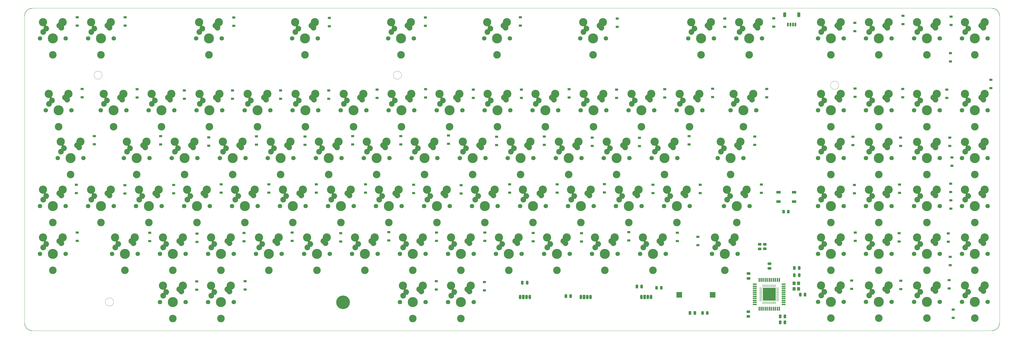
<source format=gbr>
%TF.GenerationSoftware,KiCad,Pcbnew,(6.99.0-5015-g618347ef50-dirty)*%
%TF.CreationDate,2022-12-25T12:42:51-05:00*%
%TF.ProjectId,necpc8801mkiisr,6e656370-6338-4383-9031-6d6b69697372,rev?*%
%TF.SameCoordinates,Original*%
%TF.FileFunction,Soldermask,Bot*%
%TF.FilePolarity,Negative*%
%FSLAX46Y46*%
G04 Gerber Fmt 4.6, Leading zero omitted, Abs format (unit mm)*
G04 Created by KiCad (PCBNEW (6.99.0-5015-g618347ef50-dirty)) date 2022-12-25 12:42:51*
%MOMM*%
%LPD*%
G01*
G04 APERTURE LIST*
G04 Aperture macros list*
%AMRoundRect*
0 Rectangle with rounded corners*
0 $1 Rounding radius*
0 $2 $3 $4 $5 $6 $7 $8 $9 X,Y pos of 4 corners*
0 Add a 4 corners polygon primitive as box body*
4,1,4,$2,$3,$4,$5,$6,$7,$8,$9,$2,$3,0*
0 Add four circle primitives for the rounded corners*
1,1,$1+$1,$2,$3*
1,1,$1+$1,$4,$5*
1,1,$1+$1,$6,$7*
1,1,$1+$1,$8,$9*
0 Add four rect primitives between the rounded corners*
20,1,$1+$1,$2,$3,$4,$5,0*
20,1,$1+$1,$4,$5,$6,$7,0*
20,1,$1+$1,$6,$7,$8,$9,0*
20,1,$1+$1,$8,$9,$2,$3,0*%
G04 Aperture macros list end*
%ADD10O,1.070000X1.800000*%
%ADD11R,1.070000X1.800000*%
%ADD12C,5.400000*%
%ADD13C,1.750000*%
%ADD14C,3.987800*%
%ADD15C,3.000000*%
%ADD16C,3.250000*%
%ADD17C,2.250000*%
%ADD18C,1.000000*%
%ADD19R,1.200000X0.900000*%
%ADD20RoundRect,0.250000X0.250000X0.475000X-0.250000X0.475000X-0.250000X-0.475000X0.250000X-0.475000X0*%
%ADD21RoundRect,0.250000X-0.262500X-0.450000X0.262500X-0.450000X0.262500X0.450000X-0.262500X0.450000X0*%
%ADD22R,1.800000X1.100000*%
%ADD23RoundRect,0.250000X-0.475000X0.250000X-0.475000X-0.250000X0.475000X-0.250000X0.475000X0.250000X0*%
%ADD24RoundRect,0.250000X-0.250000X-0.475000X0.250000X-0.475000X0.250000X0.475000X-0.250000X0.475000X0*%
%ADD25RoundRect,0.250000X0.475000X-0.250000X0.475000X0.250000X-0.475000X0.250000X-0.475000X-0.250000X0*%
%ADD26RoundRect,0.150000X-0.150000X-0.625000X0.150000X-0.625000X0.150000X0.625000X-0.150000X0.625000X0*%
%ADD27RoundRect,0.250000X-0.350000X-0.650000X0.350000X-0.650000X0.350000X0.650000X-0.350000X0.650000X0*%
%ADD28RoundRect,0.250000X-0.450000X0.262500X-0.450000X-0.262500X0.450000X-0.262500X0.450000X0.262500X0*%
%ADD29R,0.550000X1.500000*%
%ADD30RoundRect,0.062500X-0.062500X0.475000X-0.062500X-0.475000X0.062500X-0.475000X0.062500X0.475000X0*%
%ADD31R,1.500000X0.550000*%
%ADD32RoundRect,0.062500X-0.475000X0.062500X-0.475000X-0.062500X0.475000X-0.062500X0.475000X0.062500X0*%
%ADD33R,5.200000X5.200000*%
%ADD34R,1.200000X1.400000*%
%ADD35RoundRect,0.250000X0.450000X-0.262500X0.450000X0.262500X-0.450000X0.262500X-0.450000X-0.262500X0*%
%ADD36RoundRect,0.250000X0.262500X0.450000X-0.262500X0.450000X-0.262500X-0.450000X0.262500X-0.450000X0*%
%ADD37R,2.200000X2.200000*%
%TA.AperFunction,Profile*%
%ADD38C,0.150000*%
%TD*%
%TA.AperFunction,Profile*%
%ADD39C,0.050000*%
%TD*%
G04 APERTURE END LIST*
D10*
%TO.C,LED1*%
X198734999Y-114624999D03*
X196194999Y-114624999D03*
D11*
X197464999Y-114624999D03*
D10*
X200004999Y-114624999D03*
%TD*%
%TO.C,LED2*%
X222734999Y-114624999D03*
X220194999Y-114624999D03*
D11*
X221464999Y-114624999D03*
D10*
X224004999Y-114624999D03*
%TD*%
%TO.C,LED3*%
X246734999Y-114624999D03*
X244194999Y-114624999D03*
D11*
X245464999Y-114624999D03*
D10*
X248004999Y-114624999D03*
%TD*%
D12*
%TO.C,H2*%
X126100000Y-116725000D03*
%TD*%
D13*
%TO.C,SW_STP_1*%
X6140000Y-12050000D03*
D14*
X11220000Y-12050000D03*
D15*
X11220000Y-18550000D03*
D13*
X16300000Y-12050000D03*
D16*
X7320000Y-5550000D03*
D17*
X7410000Y-9510000D03*
D18*
X8020000Y-7050000D03*
D17*
X8595000Y-8125000D03*
X13760000Y-6970000D03*
X14595000Y-7800000D03*
D16*
X15120000Y-5550000D03*
%TD*%
D13*
%TO.C,SW_KPMULT_1*%
X371120000Y-59550000D03*
D14*
X376200000Y-59550000D03*
D15*
X376200000Y-66050000D03*
D13*
X381280000Y-59550000D03*
D16*
X372300000Y-53050000D03*
D17*
X372390000Y-57010000D03*
D18*
X373000000Y-54550000D03*
D17*
X373575000Y-55625000D03*
X378740000Y-54470000D03*
X379575000Y-55300000D03*
D16*
X380100000Y-53050000D03*
%TD*%
D13*
%TO.C,SW_RLD_1*%
X281740000Y-12050000D03*
D14*
X286820000Y-12050000D03*
D15*
X286820000Y-18550000D03*
D13*
X291900000Y-12050000D03*
D16*
X282920000Y-5550000D03*
D17*
X283010000Y-9510000D03*
D18*
X283620000Y-7050000D03*
D17*
X284195000Y-8125000D03*
X289360000Y-6970000D03*
X290195000Y-7800000D03*
D16*
X290720000Y-5550000D03*
%TD*%
D13*
%TO.C,SW_LS2_1*%
X34640000Y-97550000D03*
D14*
X39720000Y-97550000D03*
D15*
X39720000Y-104050000D03*
D13*
X44800000Y-97550000D03*
D16*
X35820000Y-91050000D03*
D17*
X35910000Y-95010000D03*
D18*
X36520000Y-92550000D03*
D17*
X37095000Y-93625000D03*
X42260000Y-92470000D03*
X43095000Y-93300000D03*
D16*
X43620000Y-91050000D03*
%TD*%
D13*
%TO.C,SW_F3_1*%
X143940000Y-12050000D03*
D14*
X149020000Y-12050000D03*
D15*
X149020000Y-18550000D03*
D13*
X154100000Y-12050000D03*
D16*
X145120000Y-5550000D03*
D17*
X145210000Y-9510000D03*
D18*
X145820000Y-7050000D03*
D17*
X146395000Y-8125000D03*
X151560000Y-6970000D03*
X152395000Y-7800000D03*
D16*
X152920000Y-5550000D03*
%TD*%
D13*
%TO.C,SW_KP2_1*%
X333120000Y-97550000D03*
D14*
X338200000Y-97550000D03*
D15*
X338200000Y-104050000D03*
D13*
X343280000Y-97550000D03*
D16*
X334300000Y-91050000D03*
D17*
X334390000Y-95010000D03*
D18*
X335000000Y-92550000D03*
D17*
X335575000Y-93625000D03*
X340740000Y-92470000D03*
X341575000Y-93300000D03*
D16*
X342100000Y-91050000D03*
%TD*%
D13*
%TO.C,SW_WE_1*%
X253140000Y-78550000D03*
D14*
X258220000Y-78550000D03*
D15*
X258220000Y-85050000D03*
D13*
X263300000Y-78550000D03*
D16*
X254320000Y-72050000D03*
D17*
X254410000Y-76010000D03*
D18*
X255020000Y-73550000D03*
D17*
X255595000Y-74625000D03*
X260760000Y-73470000D03*
X261595000Y-74300000D03*
D16*
X262120000Y-72050000D03*
%TD*%
D13*
%TO.C,SW_F5_1*%
X219940000Y-12050000D03*
D14*
X225020000Y-12050000D03*
D15*
X225020000Y-18550000D03*
D13*
X230100000Y-12050000D03*
D16*
X221120000Y-5550000D03*
D17*
X221210000Y-9510000D03*
D18*
X221820000Y-7050000D03*
D17*
X222395000Y-8125000D03*
X227560000Y-6970000D03*
X228395000Y-7800000D03*
D16*
X228920000Y-5550000D03*
%TD*%
D13*
%TO.C,SW_LT_1*%
X186640000Y-97550000D03*
D14*
X191720000Y-97550000D03*
D15*
X191720000Y-104050000D03*
D13*
X196800000Y-97550000D03*
D16*
X187820000Y-91050000D03*
D17*
X187910000Y-95010000D03*
D18*
X188520000Y-92550000D03*
D17*
X189095000Y-93625000D03*
X194260000Y-92470000D03*
X195095000Y-93300000D03*
D16*
X195620000Y-91050000D03*
%TD*%
D13*
%TO.C,SW_KP4_1*%
X314120000Y-78550000D03*
D14*
X319200000Y-78550000D03*
D15*
X319200000Y-85050000D03*
D13*
X324280000Y-78550000D03*
D16*
X315300000Y-72050000D03*
D17*
X315390000Y-76010000D03*
D18*
X316000000Y-73550000D03*
D17*
X316575000Y-74625000D03*
X321740000Y-73470000D03*
X322575000Y-74300000D03*
D16*
X323100000Y-72050000D03*
%TD*%
D13*
%TO.C,SW_CAR_1*%
X239120000Y-40550000D03*
D14*
X244200000Y-40550000D03*
D15*
X244200000Y-47050000D03*
D13*
X249280000Y-40550000D03*
D16*
X240300000Y-34050000D03*
D17*
X240390000Y-38010000D03*
D18*
X241000000Y-35550000D03*
D17*
X241575000Y-36625000D03*
X246740000Y-35470000D03*
X247575000Y-36300000D03*
D16*
X248100000Y-34050000D03*
%TD*%
D13*
%TO.C,SW_SUP_1*%
X53640000Y-116650000D03*
D14*
X58720000Y-116650000D03*
D15*
X58720000Y-123150000D03*
D13*
X63800000Y-116650000D03*
D16*
X54820000Y-110150000D03*
D17*
X54910000Y-114110000D03*
D18*
X55520000Y-111650000D03*
D17*
X56095000Y-112725000D03*
X61260000Y-111570000D03*
X62095000Y-112400000D03*
D16*
X62620000Y-110150000D03*
%TD*%
D13*
%TO.C,SW_RLU_1*%
X262740000Y-12050000D03*
D14*
X267820000Y-12050000D03*
D15*
X267820000Y-18550000D03*
D13*
X272900000Y-12050000D03*
D16*
X263920000Y-5550000D03*
D17*
X264010000Y-9510000D03*
D18*
X264620000Y-7050000D03*
D17*
X265195000Y-8125000D03*
X270360000Y-6970000D03*
X271195000Y-7800000D03*
D16*
X271720000Y-5550000D03*
%TD*%
D13*
%TO.C,SW_DEL_1*%
X279495000Y-40550000D03*
D14*
X284575000Y-40550000D03*
D15*
X284575000Y-47050000D03*
D13*
X289655000Y-40550000D03*
D16*
X280675000Y-34050000D03*
D17*
X280765000Y-38010000D03*
D18*
X281375000Y-35550000D03*
D17*
X281950000Y-36625000D03*
X287115000Y-35470000D03*
X287950000Y-36300000D03*
D16*
X288475000Y-34050000D03*
%TD*%
D13*
%TO.C,SW_J_1*%
X158140000Y-78550000D03*
D14*
X163220000Y-78550000D03*
D15*
X163220000Y-85050000D03*
D13*
X168300000Y-78550000D03*
D16*
X159320000Y-72050000D03*
D17*
X159410000Y-76010000D03*
D18*
X160020000Y-73550000D03*
D17*
X160595000Y-74625000D03*
X165760000Y-73470000D03*
X166595000Y-74300000D03*
D16*
X167120000Y-72050000D03*
%TD*%
D13*
%TO.C,SW_KPEQ_1*%
X371120000Y-97550000D03*
D14*
X376200000Y-97550000D03*
D15*
X376200000Y-104050000D03*
D13*
X381280000Y-97550000D03*
D16*
X372300000Y-91050000D03*
D17*
X372390000Y-95010000D03*
D18*
X373000000Y-92550000D03*
D17*
X373575000Y-93625000D03*
X378740000Y-92470000D03*
X379575000Y-93300000D03*
D16*
X380100000Y-91050000D03*
%TD*%
D13*
%TO.C,SW_KP3_1*%
X352120000Y-97550000D03*
D14*
X357200000Y-97550000D03*
D15*
X357200000Y-104050000D03*
D13*
X362280000Y-97550000D03*
D16*
X353300000Y-91050000D03*
D17*
X353390000Y-95010000D03*
D18*
X354000000Y-92550000D03*
D17*
X354575000Y-93625000D03*
X359740000Y-92470000D03*
X360575000Y-93300000D03*
D16*
X361100000Y-91050000D03*
%TD*%
D13*
%TO.C,SW_K_1*%
X177140000Y-78550000D03*
D14*
X182220000Y-78550000D03*
D15*
X182220000Y-85050000D03*
D13*
X187300000Y-78550000D03*
D16*
X178320000Y-72050000D03*
D17*
X178410000Y-76010000D03*
D18*
X179020000Y-73550000D03*
D17*
X179595000Y-74625000D03*
X184760000Y-73470000D03*
X185595000Y-74300000D03*
D16*
X186120000Y-72050000D03*
%TD*%
D13*
%TO.C,SW_SP2_1*%
X167640000Y-116650000D03*
D14*
X172720000Y-116650000D03*
D15*
X172720000Y-123150000D03*
D13*
X177800000Y-116650000D03*
D16*
X168820000Y-110150000D03*
D17*
X168910000Y-114110000D03*
D18*
X169520000Y-111650000D03*
D17*
X170095000Y-112725000D03*
X175260000Y-111570000D03*
X176095000Y-112400000D03*
D16*
X176620000Y-110150000D03*
%TD*%
D13*
%TO.C,SW_F1_1*%
X67940000Y-12050000D03*
D14*
X73020000Y-12050000D03*
D15*
X73020000Y-18550000D03*
D13*
X78100000Y-12050000D03*
D16*
X69120000Y-5550000D03*
D17*
X69210000Y-9510000D03*
D18*
X69820000Y-7050000D03*
D17*
X70395000Y-8125000D03*
X75560000Y-6970000D03*
X76395000Y-7800000D03*
D16*
X76920000Y-5550000D03*
%TD*%
D13*
%TO.C,SW_CPY_1*%
X25140000Y-12050000D03*
D14*
X30220000Y-12050000D03*
D15*
X30220000Y-18550000D03*
D13*
X35300000Y-12050000D03*
D16*
X26320000Y-5550000D03*
D17*
X26410000Y-9510000D03*
D18*
X27020000Y-7050000D03*
D17*
X27595000Y-8125000D03*
X32760000Y-6970000D03*
X33595000Y-7800000D03*
D16*
X34120000Y-5550000D03*
%TD*%
D13*
%TO.C,SW_SP1_1*%
X148640000Y-116650000D03*
D14*
X153720000Y-116650000D03*
D15*
X153720000Y-123150000D03*
D13*
X158800000Y-116650000D03*
D16*
X149820000Y-110150000D03*
D17*
X149910000Y-114110000D03*
D18*
X150520000Y-111650000D03*
D17*
X151095000Y-112725000D03*
X156260000Y-111570000D03*
X157095000Y-112400000D03*
D16*
X157620000Y-110150000D03*
%TD*%
D13*
%TO.C,SW_D_1*%
X82140000Y-78550000D03*
D14*
X87220000Y-78550000D03*
D15*
X87220000Y-85050000D03*
D13*
X92300000Y-78550000D03*
D16*
X83320000Y-72050000D03*
D17*
X83410000Y-76010000D03*
D18*
X84020000Y-73550000D03*
D17*
X84595000Y-74625000D03*
X89760000Y-73470000D03*
X90595000Y-74300000D03*
D16*
X91120000Y-72050000D03*
%TD*%
D13*
%TO.C,SW_A_1*%
X44140000Y-78550000D03*
D14*
X49220000Y-78550000D03*
D15*
X49220000Y-85050000D03*
D13*
X54300000Y-78550000D03*
D16*
X45320000Y-72050000D03*
D17*
X45410000Y-76010000D03*
D18*
X46020000Y-73550000D03*
D17*
X46595000Y-74625000D03*
X51760000Y-73470000D03*
X52595000Y-74300000D03*
D16*
X53120000Y-72050000D03*
%TD*%
D13*
%TO.C,SW_KPPER_1*%
X352120000Y-116550000D03*
D14*
X357200000Y-116550000D03*
D15*
X357200000Y-123050000D03*
D13*
X362280000Y-116550000D03*
D16*
X353300000Y-110050000D03*
D17*
X353390000Y-114010000D03*
D18*
X354000000Y-111550000D03*
D17*
X354575000Y-112625000D03*
X359740000Y-111470000D03*
X360575000Y-112300000D03*
D16*
X361100000Y-110050000D03*
%TD*%
D13*
%TO.C,SW_6_1*%
X125120000Y-40550000D03*
D14*
X130200000Y-40550000D03*
D15*
X130200000Y-47050000D03*
D13*
X135280000Y-40550000D03*
D16*
X126300000Y-34050000D03*
D17*
X126390000Y-38010000D03*
D18*
X127000000Y-35550000D03*
D17*
X127575000Y-36625000D03*
X132740000Y-35470000D03*
X133575000Y-36300000D03*
D16*
X134100000Y-34050000D03*
%TD*%
D13*
%TO.C,SW_KP6_1*%
X352120000Y-78550000D03*
D14*
X357200000Y-78550000D03*
D15*
X357200000Y-85050000D03*
D13*
X362280000Y-78550000D03*
D16*
X353300000Y-72050000D03*
D17*
X353390000Y-76010000D03*
D18*
X354000000Y-73550000D03*
D17*
X354575000Y-74625000D03*
X359740000Y-73470000D03*
X360575000Y-74300000D03*
D16*
X361100000Y-72050000D03*
%TD*%
D13*
%TO.C,SW_9_1*%
X182120000Y-40550000D03*
D14*
X187200000Y-40550000D03*
D15*
X187200000Y-47050000D03*
D13*
X192280000Y-40550000D03*
D16*
X183300000Y-34050000D03*
D17*
X183390000Y-38010000D03*
D18*
X184000000Y-35550000D03*
D17*
X184575000Y-36625000D03*
X189740000Y-35470000D03*
X190575000Y-36300000D03*
D16*
X191100000Y-34050000D03*
%TD*%
D13*
%TO.C,SW_CTRL_1*%
X6140000Y-78550000D03*
D14*
X11220000Y-78550000D03*
D15*
X11220000Y-85050000D03*
D13*
X16300000Y-78550000D03*
D16*
X7320000Y-72050000D03*
D17*
X7410000Y-76010000D03*
D18*
X8020000Y-73550000D03*
D17*
X8595000Y-74625000D03*
X13760000Y-73470000D03*
X14595000Y-74300000D03*
D16*
X15120000Y-72050000D03*
%TD*%
D13*
%TO.C,SW_KP7_1*%
X314120000Y-59550000D03*
D14*
X319200000Y-59550000D03*
D15*
X319200000Y-66050000D03*
D13*
X324280000Y-59550000D03*
D16*
X315300000Y-53050000D03*
D17*
X315390000Y-57010000D03*
D18*
X316000000Y-54550000D03*
D17*
X316575000Y-55625000D03*
X321740000Y-54470000D03*
X322575000Y-55300000D03*
D16*
X323100000Y-53050000D03*
%TD*%
D13*
%TO.C,SW_F4_1*%
X181940000Y-12050000D03*
D14*
X187020000Y-12050000D03*
D15*
X187020000Y-18550000D03*
D13*
X192100000Y-12050000D03*
D16*
X183120000Y-5550000D03*
D17*
X183210000Y-9510000D03*
D18*
X183820000Y-7050000D03*
D17*
X184395000Y-8125000D03*
X189560000Y-6970000D03*
X190395000Y-7800000D03*
D16*
X190920000Y-5550000D03*
%TD*%
D13*
%TO.C,SW_S_1*%
X63140000Y-78550000D03*
D14*
X68220000Y-78550000D03*
D15*
X68220000Y-85050000D03*
D13*
X73300000Y-78550000D03*
D16*
X64320000Y-72050000D03*
D17*
X64410000Y-76010000D03*
D18*
X65020000Y-73550000D03*
D17*
X65595000Y-74625000D03*
X70760000Y-73470000D03*
X71595000Y-74300000D03*
D16*
X72120000Y-72050000D03*
%TD*%
D13*
%TO.C,SW_KPHELP1*%
X333120000Y-40550000D03*
D14*
X338200000Y-40550000D03*
D15*
X338200000Y-47050000D03*
D13*
X343280000Y-40550000D03*
D16*
X334300000Y-34050000D03*
D17*
X334390000Y-38010000D03*
D18*
X335000000Y-35550000D03*
D17*
X335575000Y-36625000D03*
X340740000Y-35470000D03*
X341575000Y-36300000D03*
D16*
X342100000Y-34050000D03*
%TD*%
D13*
%TO.C,SW_2_1*%
X49120000Y-40550000D03*
D14*
X54200000Y-40550000D03*
D15*
X54200000Y-47050000D03*
D13*
X59280000Y-40550000D03*
D16*
X50300000Y-34050000D03*
D17*
X50390000Y-38010000D03*
D18*
X51000000Y-35550000D03*
D17*
X51575000Y-36625000D03*
X56740000Y-35470000D03*
X57575000Y-36300000D03*
D16*
X58100000Y-34050000D03*
%TD*%
D13*
%TO.C,SW_W_1*%
X58290000Y-59525000D03*
D14*
X63370000Y-59525000D03*
D15*
X63370000Y-66025000D03*
D13*
X68450000Y-59525000D03*
D16*
X59470000Y-53025000D03*
D17*
X59560000Y-56985000D03*
D18*
X60170000Y-54525000D03*
D17*
X60745000Y-55600000D03*
X65910000Y-54445000D03*
X66745000Y-55275000D03*
D16*
X67270000Y-53025000D03*
%TD*%
D13*
%TO.C,SW_X_1*%
X72640000Y-97550000D03*
D14*
X77720000Y-97550000D03*
D15*
X77720000Y-104050000D03*
D13*
X82800000Y-97550000D03*
D16*
X73820000Y-91050000D03*
D17*
X73910000Y-95010000D03*
D18*
X74520000Y-92550000D03*
D17*
X75095000Y-93625000D03*
X80260000Y-92470000D03*
X81095000Y-93300000D03*
D16*
X81620000Y-91050000D03*
%TD*%
D13*
%TO.C,SW_G_1*%
X120140000Y-78550000D03*
D14*
X125220000Y-78550000D03*
D15*
X125220000Y-85050000D03*
D13*
X130300000Y-78550000D03*
D16*
X121320000Y-72050000D03*
D17*
X121410000Y-76010000D03*
D18*
X122020000Y-73550000D03*
D17*
X122595000Y-74625000D03*
X127760000Y-73470000D03*
X128595000Y-74300000D03*
D16*
X129120000Y-72050000D03*
%TD*%
D13*
%TO.C,SW_E_1*%
X77290000Y-59525000D03*
D14*
X82370000Y-59525000D03*
D15*
X82370000Y-66025000D03*
D13*
X87450000Y-59525000D03*
D16*
X78470000Y-53025000D03*
D17*
X78560000Y-56985000D03*
D18*
X79170000Y-54525000D03*
D17*
X79745000Y-55600000D03*
X84910000Y-54445000D03*
X85745000Y-55275000D03*
D16*
X86270000Y-53025000D03*
%TD*%
D13*
%TO.C,SW_5_1*%
X106120000Y-40550000D03*
D14*
X111200000Y-40550000D03*
D15*
X111200000Y-47050000D03*
D13*
X116280000Y-40550000D03*
D16*
X107300000Y-34050000D03*
D17*
X107390000Y-38010000D03*
D18*
X108000000Y-35550000D03*
D17*
X108575000Y-36625000D03*
X113740000Y-35470000D03*
X114575000Y-36300000D03*
D16*
X115100000Y-34050000D03*
%TD*%
D13*
%TO.C,SW_I_1*%
X172290000Y-59525000D03*
D14*
X177370000Y-59525000D03*
D15*
X177370000Y-66025000D03*
D13*
X182450000Y-59525000D03*
D16*
X173470000Y-53025000D03*
D17*
X173560000Y-56985000D03*
D18*
X174170000Y-54525000D03*
D17*
X174745000Y-55600000D03*
X179910000Y-54445000D03*
X180745000Y-55275000D03*
D16*
X181270000Y-53025000D03*
%TD*%
D13*
%TO.C,SW_1_1*%
X30120000Y-40550000D03*
D14*
X35200000Y-40550000D03*
D15*
X35200000Y-47050000D03*
D13*
X40280000Y-40550000D03*
D16*
X31300000Y-34050000D03*
D17*
X31390000Y-38010000D03*
D18*
X32000000Y-35550000D03*
D17*
X32575000Y-36625000D03*
X37740000Y-35470000D03*
X38575000Y-36300000D03*
D16*
X39100000Y-34050000D03*
%TD*%
D13*
%TO.C,SW_AMG_1*%
X243640000Y-97550000D03*
D14*
X248720000Y-97550000D03*
D15*
X248720000Y-104050000D03*
D13*
X253800000Y-97550000D03*
D16*
X244820000Y-91050000D03*
D17*
X244910000Y-95010000D03*
D18*
X245520000Y-92550000D03*
D17*
X246095000Y-93625000D03*
X251260000Y-92470000D03*
X252095000Y-93300000D03*
D16*
X252620000Y-91050000D03*
%TD*%
D13*
%TO.C,SW_V_1*%
X110640000Y-97550000D03*
D14*
X115720000Y-97550000D03*
D15*
X115720000Y-104050000D03*
D13*
X120800000Y-97550000D03*
D16*
X111820000Y-91050000D03*
D17*
X111910000Y-95010000D03*
D18*
X112520000Y-92550000D03*
D17*
X113095000Y-93625000D03*
X118260000Y-92470000D03*
X119095000Y-93300000D03*
D16*
X119620000Y-91050000D03*
%TD*%
D13*
%TO.C,SW_L_1*%
X196140000Y-78550000D03*
D14*
X201220000Y-78550000D03*
D15*
X201220000Y-85050000D03*
D13*
X206300000Y-78550000D03*
D16*
X197320000Y-72050000D03*
D17*
X197410000Y-76010000D03*
D18*
X198020000Y-73550000D03*
D17*
X198595000Y-74625000D03*
X203760000Y-73470000D03*
X204595000Y-74300000D03*
D16*
X205120000Y-72050000D03*
%TD*%
D13*
%TO.C,SW_YEN_1*%
X258120000Y-40550000D03*
D14*
X263200000Y-40550000D03*
D15*
X263200000Y-47050000D03*
D13*
X268280000Y-40550000D03*
D16*
X259300000Y-34050000D03*
D17*
X259390000Y-38010000D03*
D18*
X260000000Y-35550000D03*
D17*
X260575000Y-36625000D03*
X265740000Y-35470000D03*
X266575000Y-36300000D03*
D16*
X267100000Y-34050000D03*
%TD*%
D13*
%TO.C,SW_M_1*%
X167640000Y-97550000D03*
D14*
X172720000Y-97550000D03*
D15*
X172720000Y-104050000D03*
D13*
X177800000Y-97550000D03*
D16*
X168820000Y-91050000D03*
D17*
X168910000Y-95010000D03*
D18*
X169520000Y-92550000D03*
D17*
X170095000Y-93625000D03*
X175260000Y-92470000D03*
X176095000Y-93300000D03*
D16*
X176620000Y-91050000D03*
%TD*%
D13*
%TO.C,SW_F2_1*%
X105940000Y-12050000D03*
D14*
X111020000Y-12050000D03*
D15*
X111020000Y-18550000D03*
D13*
X116100000Y-12050000D03*
D16*
X107120000Y-5550000D03*
D17*
X107210000Y-9510000D03*
D18*
X107820000Y-7050000D03*
D17*
X108395000Y-8125000D03*
X113560000Y-6970000D03*
X114395000Y-7800000D03*
D16*
X114920000Y-5550000D03*
%TD*%
D13*
%TO.C,SW_KP9_1*%
X352120000Y-59550000D03*
D14*
X357200000Y-59550000D03*
D15*
X357200000Y-66050000D03*
D13*
X362280000Y-59550000D03*
D16*
X353300000Y-53050000D03*
D17*
X353390000Y-57010000D03*
D18*
X354000000Y-54550000D03*
D17*
X354575000Y-55625000D03*
X359740000Y-54470000D03*
X360575000Y-55300000D03*
D16*
X361100000Y-53050000D03*
%TD*%
D13*
%TO.C,SW_KPHOME_1*%
X314120000Y-40550000D03*
D14*
X319200000Y-40550000D03*
D15*
X319200000Y-47050000D03*
D13*
X324280000Y-40550000D03*
D16*
X315300000Y-34050000D03*
D17*
X315390000Y-38010000D03*
D18*
X316000000Y-35550000D03*
D17*
X316575000Y-36625000D03*
X321740000Y-35470000D03*
X322575000Y-36300000D03*
D16*
X323100000Y-34050000D03*
%TD*%
D13*
%TO.C,SW_CAPS_1*%
X25140000Y-78550000D03*
D14*
X30220000Y-78550000D03*
D15*
X30220000Y-85050000D03*
D13*
X35300000Y-78550000D03*
D16*
X26320000Y-72050000D03*
D17*
X26410000Y-76010000D03*
D18*
X27020000Y-73550000D03*
D17*
X27595000Y-74625000D03*
X32760000Y-73470000D03*
X33595000Y-74300000D03*
D16*
X34120000Y-72050000D03*
%TD*%
D13*
%TO.C,SW_KPDIV_1*%
X371120000Y-40550000D03*
D14*
X376200000Y-40550000D03*
D15*
X376200000Y-47050000D03*
D13*
X381280000Y-40550000D03*
D16*
X372300000Y-34050000D03*
D17*
X372390000Y-38010000D03*
D18*
X373000000Y-35550000D03*
D17*
X373575000Y-36625000D03*
X378740000Y-35470000D03*
X379575000Y-36300000D03*
D16*
X380100000Y-34050000D03*
%TD*%
D13*
%TO.C,SW_C_1*%
X91640000Y-97550000D03*
D14*
X96720000Y-97550000D03*
D15*
X96720000Y-104050000D03*
D13*
X101800000Y-97550000D03*
D16*
X92820000Y-91050000D03*
D17*
X92910000Y-95010000D03*
D18*
X93520000Y-92550000D03*
D17*
X94095000Y-93625000D03*
X99260000Y-92470000D03*
X100095000Y-93300000D03*
D16*
X100620000Y-91050000D03*
%TD*%
D13*
%TO.C,SW_Q_1*%
X39290000Y-59525000D03*
D14*
X44370000Y-59525000D03*
D15*
X44370000Y-66025000D03*
D13*
X49450000Y-59525000D03*
D16*
X40470000Y-53025000D03*
D17*
X40560000Y-56985000D03*
D18*
X41170000Y-54525000D03*
D17*
X41745000Y-55600000D03*
X46910000Y-54445000D03*
X47745000Y-55275000D03*
D16*
X48270000Y-53025000D03*
%TD*%
D13*
%TO.C,SW_MN_1*%
X220120000Y-40550000D03*
D14*
X225200000Y-40550000D03*
D15*
X225200000Y-47050000D03*
D13*
X230280000Y-40550000D03*
D16*
X221300000Y-34050000D03*
D17*
X221390000Y-38010000D03*
D18*
X222000000Y-35550000D03*
D17*
X222575000Y-36625000D03*
X227740000Y-35470000D03*
X228575000Y-36300000D03*
D16*
X229100000Y-34050000D03*
%TD*%
D13*
%TO.C,SW_DOWN_1*%
X333120000Y-12050000D03*
D14*
X338200000Y-12050000D03*
D15*
X338200000Y-18550000D03*
D13*
X343280000Y-12050000D03*
D16*
X334300000Y-5550000D03*
D17*
X334390000Y-9510000D03*
D18*
X335000000Y-7050000D03*
D17*
X335575000Y-8125000D03*
X340740000Y-6970000D03*
X341575000Y-7800000D03*
D16*
X342100000Y-5550000D03*
%TD*%
D13*
%TO.C,SW_3_1*%
X68120000Y-40550000D03*
D14*
X73200000Y-40550000D03*
D15*
X73200000Y-47050000D03*
D13*
X78280000Y-40550000D03*
D16*
X69300000Y-34050000D03*
D17*
X69390000Y-38010000D03*
D18*
X70000000Y-35550000D03*
D17*
X70575000Y-36625000D03*
X75740000Y-35470000D03*
X76575000Y-36300000D03*
D16*
X77100000Y-34050000D03*
%TD*%
D13*
%TO.C,SW_AT_1*%
X229290000Y-59525000D03*
D14*
X234370000Y-59525000D03*
D15*
X234370000Y-66025000D03*
D13*
X239450000Y-59525000D03*
D16*
X230470000Y-53025000D03*
D17*
X230560000Y-56985000D03*
D18*
X231170000Y-54525000D03*
D17*
X231745000Y-55600000D03*
X236910000Y-54445000D03*
X237745000Y-55275000D03*
D16*
X238270000Y-53025000D03*
%TD*%
D13*
%TO.C,SW_GT_1*%
X205640000Y-97550000D03*
D14*
X210720000Y-97550000D03*
D15*
X210720000Y-104050000D03*
D13*
X215800000Y-97550000D03*
D16*
X206820000Y-91050000D03*
D17*
X206910000Y-95010000D03*
D18*
X207520000Y-92550000D03*
D17*
X208095000Y-93625000D03*
X213260000Y-92470000D03*
X214095000Y-93300000D03*
D16*
X214620000Y-91050000D03*
%TD*%
D13*
%TO.C,SW_Z_1*%
X53640000Y-97550000D03*
D14*
X58720000Y-97550000D03*
D15*
X58720000Y-104050000D03*
D13*
X63800000Y-97550000D03*
D16*
X54820000Y-91050000D03*
D17*
X54910000Y-95010000D03*
D18*
X55520000Y-92550000D03*
D17*
X56095000Y-93625000D03*
X61260000Y-92470000D03*
X62095000Y-93300000D03*
D16*
X62620000Y-91050000D03*
%TD*%
D13*
%TO.C,SW_O_1*%
X191290000Y-59525000D03*
D14*
X196370000Y-59525000D03*
D15*
X196370000Y-66025000D03*
D13*
X201450000Y-59525000D03*
D16*
X192470000Y-53025000D03*
D17*
X192560000Y-56985000D03*
D18*
X193170000Y-54525000D03*
D17*
X193745000Y-55600000D03*
X198910000Y-54445000D03*
X199745000Y-55275000D03*
D16*
X200270000Y-53025000D03*
%TD*%
D13*
%TO.C,SW_H_1*%
X139140000Y-78550000D03*
D14*
X144220000Y-78550000D03*
D15*
X144220000Y-85050000D03*
D13*
X149300000Y-78550000D03*
D16*
X140320000Y-72050000D03*
D17*
X140410000Y-76010000D03*
D18*
X141020000Y-73550000D03*
D17*
X141595000Y-74625000D03*
X146760000Y-73470000D03*
X147595000Y-74300000D03*
D16*
X148120000Y-72050000D03*
%TD*%
D13*
%TO.C,SW_FC_1*%
X248290000Y-59525000D03*
D14*
X253370000Y-59525000D03*
D15*
X253370000Y-66025000D03*
D13*
X258450000Y-59525000D03*
D16*
X249470000Y-53025000D03*
D17*
X249560000Y-56985000D03*
D18*
X250170000Y-54525000D03*
D17*
X250745000Y-55600000D03*
X255910000Y-54445000D03*
X256745000Y-55275000D03*
D16*
X257270000Y-53025000D03*
%TD*%
D13*
%TO.C,SW_KPENT_1*%
X371120000Y-116550000D03*
D14*
X376200000Y-116550000D03*
D15*
X376200000Y-123050000D03*
D13*
X381280000Y-116550000D03*
D16*
X372300000Y-110050000D03*
D17*
X372390000Y-114010000D03*
D18*
X373000000Y-111550000D03*
D17*
X373575000Y-112625000D03*
X378740000Y-111470000D03*
X379575000Y-112300000D03*
D16*
X380100000Y-110050000D03*
%TD*%
D13*
%TO.C,SW_B_1*%
X129640000Y-97550000D03*
D14*
X134720000Y-97550000D03*
D15*
X134720000Y-104050000D03*
D13*
X139800000Y-97550000D03*
D16*
X130820000Y-91050000D03*
D17*
X130910000Y-95010000D03*
D18*
X131520000Y-92550000D03*
D17*
X132095000Y-93625000D03*
X137260000Y-92470000D03*
X138095000Y-93300000D03*
D16*
X138620000Y-91050000D03*
%TD*%
D13*
%TO.C,SW_R_1*%
X96290000Y-59525000D03*
D14*
X101370000Y-59525000D03*
D15*
X101370000Y-66025000D03*
D13*
X106450000Y-59525000D03*
D16*
X97470000Y-53025000D03*
D17*
X97560000Y-56985000D03*
D18*
X98170000Y-54525000D03*
D17*
X98745000Y-55600000D03*
X103910000Y-54445000D03*
X104745000Y-55275000D03*
D16*
X105270000Y-53025000D03*
%TD*%
D13*
%TO.C,SW_0_1*%
X201120000Y-40550000D03*
D14*
X206200000Y-40550000D03*
D15*
X206200000Y-47050000D03*
D13*
X211280000Y-40550000D03*
D16*
X202300000Y-34050000D03*
D17*
X202390000Y-38010000D03*
D18*
X203000000Y-35550000D03*
D17*
X203575000Y-36625000D03*
X208740000Y-35470000D03*
X209575000Y-36300000D03*
D16*
X210100000Y-34050000D03*
%TD*%
D13*
%TO.C,SW_8_1*%
X163120000Y-40550000D03*
D14*
X168200000Y-40550000D03*
D15*
X168200000Y-47050000D03*
D13*
X173280000Y-40550000D03*
D16*
X164300000Y-34050000D03*
D17*
X164390000Y-38010000D03*
D18*
X165000000Y-35550000D03*
D17*
X165575000Y-36625000D03*
X170740000Y-35470000D03*
X171575000Y-36300000D03*
D16*
X172100000Y-34050000D03*
%TD*%
D13*
%TO.C,SW_RIGHT_1*%
X371120000Y-12050000D03*
D14*
X376200000Y-12050000D03*
D15*
X376200000Y-18550000D03*
D13*
X381280000Y-12050000D03*
D16*
X372300000Y-5550000D03*
D17*
X372390000Y-9510000D03*
D18*
X373000000Y-7050000D03*
D17*
X373575000Y-8125000D03*
X378740000Y-6970000D03*
X379575000Y-7800000D03*
D16*
X380100000Y-5550000D03*
%TD*%
D13*
%TO.C,SW_KP0_1*%
X314120000Y-116550000D03*
D14*
X319200000Y-116550000D03*
D15*
X319200000Y-123050000D03*
D13*
X324280000Y-116550000D03*
D16*
X315300000Y-110050000D03*
D17*
X315390000Y-114010000D03*
D18*
X316000000Y-111550000D03*
D17*
X316575000Y-112625000D03*
X321740000Y-111470000D03*
X322575000Y-112300000D03*
D16*
X323100000Y-110050000D03*
%TD*%
D13*
%TO.C,SW_Y_1*%
X134290000Y-59525000D03*
D14*
X139370000Y-59525000D03*
D15*
X139370000Y-66025000D03*
D13*
X144450000Y-59525000D03*
D16*
X135470000Y-53025000D03*
D17*
X135560000Y-56985000D03*
D18*
X136170000Y-54525000D03*
D17*
X136745000Y-55600000D03*
X141910000Y-54445000D03*
X142745000Y-55275000D03*
D16*
X143270000Y-53025000D03*
%TD*%
D13*
%TO.C,SW_RSH_1*%
X272140000Y-97550000D03*
D14*
X277220000Y-97550000D03*
D15*
X277220000Y-104050000D03*
D13*
X282300000Y-97550000D03*
D16*
X273320000Y-91050000D03*
D17*
X273410000Y-95010000D03*
D18*
X274020000Y-92550000D03*
D17*
X274595000Y-93625000D03*
X279760000Y-92470000D03*
X280595000Y-93300000D03*
D16*
X281120000Y-91050000D03*
%TD*%
D13*
%TO.C,SW_COL_1*%
X234140000Y-78550000D03*
D14*
X239220000Y-78550000D03*
D15*
X239220000Y-85050000D03*
D13*
X244300000Y-78550000D03*
D16*
X235320000Y-72050000D03*
D17*
X235410000Y-76010000D03*
D18*
X236020000Y-73550000D03*
D17*
X236595000Y-74625000D03*
X241760000Y-73470000D03*
X242595000Y-74300000D03*
D16*
X243120000Y-72050000D03*
%TD*%
D13*
%TO.C,SW_ED_1*%
X276890000Y-78550000D03*
D14*
X281970000Y-78550000D03*
D15*
X281970000Y-85050000D03*
D13*
X287050000Y-78550000D03*
D16*
X278070000Y-72050000D03*
D17*
X278160000Y-76010000D03*
D18*
X278770000Y-73550000D03*
D17*
X279345000Y-74625000D03*
X284510000Y-73470000D03*
X285345000Y-74300000D03*
D16*
X285870000Y-72050000D03*
%TD*%
D13*
%TO.C,SW_LS1_1*%
X6140000Y-97550000D03*
D14*
X11220000Y-97550000D03*
D15*
X11220000Y-104050000D03*
D13*
X16300000Y-97550000D03*
D16*
X7320000Y-91050000D03*
D17*
X7410000Y-95010000D03*
D18*
X8020000Y-92550000D03*
D17*
X8595000Y-93625000D03*
X13760000Y-92470000D03*
X14595000Y-93300000D03*
D16*
X15120000Y-91050000D03*
%TD*%
D13*
%TO.C,SW_4_1*%
X87120000Y-40550000D03*
D14*
X92200000Y-40550000D03*
D15*
X92200000Y-47050000D03*
D13*
X97280000Y-40550000D03*
D16*
X88300000Y-34050000D03*
D17*
X88390000Y-38010000D03*
D18*
X89000000Y-35550000D03*
D17*
X89575000Y-36625000D03*
X94740000Y-35470000D03*
X95575000Y-36300000D03*
D16*
X96100000Y-34050000D03*
%TD*%
D13*
%TO.C,SW_LEFT_1*%
X352120000Y-12050000D03*
D14*
X357200000Y-12050000D03*
D15*
X357200000Y-18550000D03*
D13*
X362280000Y-12050000D03*
D16*
X353300000Y-5550000D03*
D17*
X353390000Y-9510000D03*
D18*
X354000000Y-7050000D03*
D17*
X354575000Y-8125000D03*
X359740000Y-6970000D03*
X360575000Y-7800000D03*
D16*
X361100000Y-5550000D03*
%TD*%
D13*
%TO.C,SW_KPMIN_1*%
X352120000Y-40550000D03*
D14*
X357200000Y-40550000D03*
D15*
X357200000Y-47050000D03*
D13*
X362280000Y-40550000D03*
D16*
X353300000Y-34050000D03*
D17*
X353390000Y-38010000D03*
D18*
X354000000Y-35550000D03*
D17*
X354575000Y-36625000D03*
X359740000Y-35470000D03*
X360575000Y-36300000D03*
D16*
X361100000Y-34050000D03*
%TD*%
D13*
%TO.C,SW_U_1*%
X153290000Y-59525000D03*
D14*
X158370000Y-59525000D03*
D15*
X158370000Y-66025000D03*
D13*
X163450000Y-59525000D03*
D16*
X154470000Y-53025000D03*
D17*
X154560000Y-56985000D03*
D18*
X155170000Y-54525000D03*
D17*
X155745000Y-55600000D03*
X160910000Y-54445000D03*
X161745000Y-55275000D03*
D16*
X162270000Y-53025000D03*
%TD*%
D13*
%TO.C,SW_ET_1*%
X274415000Y-59525000D03*
D14*
X279495000Y-59525000D03*
D15*
X279495000Y-66025000D03*
D13*
X284575000Y-59525000D03*
D16*
X275595000Y-53025000D03*
D17*
X275685000Y-56985000D03*
D18*
X276295000Y-54525000D03*
D17*
X276870000Y-55600000D03*
X282035000Y-54445000D03*
X282870000Y-55275000D03*
D16*
X283395000Y-53025000D03*
%TD*%
D13*
%TO.C,SW_KPCOM_1*%
X333120000Y-116550000D03*
D14*
X338200000Y-116550000D03*
D15*
X338200000Y-123050000D03*
D13*
X343280000Y-116550000D03*
D16*
X334300000Y-110050000D03*
D17*
X334390000Y-114010000D03*
D18*
X335000000Y-111550000D03*
D17*
X335575000Y-112625000D03*
X340740000Y-111470000D03*
X341575000Y-112300000D03*
D16*
X342100000Y-110050000D03*
%TD*%
D13*
%TO.C,SW_KP5_1*%
X333120000Y-78550000D03*
D14*
X338200000Y-78550000D03*
D15*
X338200000Y-85050000D03*
D13*
X343280000Y-78550000D03*
D16*
X334300000Y-72050000D03*
D17*
X334390000Y-76010000D03*
D18*
X335000000Y-73550000D03*
D17*
X335575000Y-74625000D03*
X340740000Y-73470000D03*
X341575000Y-74300000D03*
D16*
X342100000Y-72050000D03*
%TD*%
D13*
%TO.C,SW_KP8_1*%
X333120000Y-59550000D03*
D14*
X338200000Y-59550000D03*
D15*
X338200000Y-66050000D03*
D13*
X343280000Y-59550000D03*
D16*
X334300000Y-53050000D03*
D17*
X334390000Y-57010000D03*
D18*
X335000000Y-54550000D03*
D17*
X335575000Y-55625000D03*
X340740000Y-54470000D03*
X341575000Y-55300000D03*
D16*
X342100000Y-53050000D03*
%TD*%
D13*
%TO.C,SW_T_1*%
X115290000Y-59525000D03*
D14*
X120370000Y-59525000D03*
D15*
X120370000Y-66025000D03*
D13*
X125450000Y-59525000D03*
D16*
X116470000Y-53025000D03*
D17*
X116560000Y-56985000D03*
D18*
X117170000Y-54525000D03*
D17*
X117745000Y-55600000D03*
X122910000Y-54445000D03*
X123745000Y-55275000D03*
D16*
X124270000Y-53025000D03*
%TD*%
D13*
%TO.C,SW_P_1*%
X210290000Y-59525000D03*
D14*
X215370000Y-59525000D03*
D15*
X215370000Y-66025000D03*
D13*
X220450000Y-59525000D03*
D16*
X211470000Y-53025000D03*
D17*
X211560000Y-56985000D03*
D18*
X212170000Y-54525000D03*
D17*
X212745000Y-55600000D03*
X217910000Y-54445000D03*
X218745000Y-55275000D03*
D16*
X219270000Y-53025000D03*
%TD*%
D13*
%TO.C,SW_KP1_1*%
X314120000Y-97550000D03*
D14*
X319200000Y-97550000D03*
D15*
X319200000Y-104050000D03*
D13*
X324280000Y-97550000D03*
D16*
X315300000Y-91050000D03*
D17*
X315390000Y-95010000D03*
D18*
X316000000Y-92550000D03*
D17*
X316575000Y-93625000D03*
X321740000Y-92470000D03*
X322575000Y-93300000D03*
D16*
X323100000Y-91050000D03*
%TD*%
D13*
%TO.C,SW_TAB_1*%
X13165000Y-59525000D03*
D14*
X18245000Y-59525000D03*
D15*
X18245000Y-66025000D03*
D13*
X23325000Y-59525000D03*
D16*
X14345000Y-53025000D03*
D17*
X14435000Y-56985000D03*
D18*
X15045000Y-54525000D03*
D17*
X15620000Y-55600000D03*
X20785000Y-54445000D03*
X21620000Y-55275000D03*
D16*
X22145000Y-53025000D03*
%TD*%
D13*
%TO.C,SW_UP_1*%
X314120000Y-12050000D03*
D14*
X319200000Y-12050000D03*
D15*
X319200000Y-18550000D03*
D13*
X324280000Y-12050000D03*
D16*
X315300000Y-5550000D03*
D17*
X315390000Y-9510000D03*
D18*
X316000000Y-7050000D03*
D17*
X316575000Y-8125000D03*
X321740000Y-6970000D03*
X322575000Y-7800000D03*
D16*
X323100000Y-5550000D03*
%TD*%
D13*
%TO.C,SW_ESC_1*%
X8420000Y-40550000D03*
D14*
X13500000Y-40550000D03*
D15*
X13500000Y-47050000D03*
D13*
X18580000Y-40550000D03*
D16*
X9600000Y-34050000D03*
D17*
X9690000Y-38010000D03*
D18*
X10300000Y-35550000D03*
D17*
X10875000Y-36625000D03*
X16040000Y-35470000D03*
X16875000Y-36300000D03*
D16*
X17400000Y-34050000D03*
%TD*%
D13*
%TO.C,SW_KPPLUS_1*%
X371120000Y-78550000D03*
D14*
X376200000Y-78550000D03*
D15*
X376200000Y-85050000D03*
D13*
X381280000Y-78550000D03*
D16*
X372300000Y-72050000D03*
D17*
X372390000Y-76010000D03*
D18*
X373000000Y-73550000D03*
D17*
X373575000Y-74625000D03*
X378740000Y-73470000D03*
X379575000Y-74300000D03*
D16*
X380100000Y-72050000D03*
%TD*%
D13*
%TO.C,SW_N_1*%
X148640000Y-97550000D03*
D14*
X153720000Y-97550000D03*
D15*
X153720000Y-104050000D03*
D13*
X158800000Y-97550000D03*
D16*
X149820000Y-91050000D03*
D17*
X149910000Y-95010000D03*
D18*
X150520000Y-92550000D03*
D17*
X151095000Y-93625000D03*
X156260000Y-92470000D03*
X157095000Y-93300000D03*
D16*
X157620000Y-91050000D03*
%TD*%
D13*
%TO.C,SW_7_1*%
X144120000Y-40550000D03*
D14*
X149200000Y-40550000D03*
D15*
X149200000Y-47050000D03*
D13*
X154280000Y-40550000D03*
D16*
X145300000Y-34050000D03*
D17*
X145390000Y-38010000D03*
D18*
X146000000Y-35550000D03*
D17*
X146575000Y-36625000D03*
X151740000Y-35470000D03*
X152575000Y-36300000D03*
D16*
X153100000Y-34050000D03*
%TD*%
D13*
%TO.C,SW_F_1*%
X101140000Y-78550000D03*
D14*
X106220000Y-78550000D03*
D15*
X106220000Y-85050000D03*
D13*
X111300000Y-78550000D03*
D16*
X102320000Y-72050000D03*
D17*
X102410000Y-76010000D03*
D18*
X103020000Y-73550000D03*
D17*
X103595000Y-74625000D03*
X108760000Y-73470000D03*
X109595000Y-74300000D03*
D16*
X110120000Y-72050000D03*
%TD*%
D13*
%TO.C,SW_SLS_1*%
X224640000Y-97550000D03*
D14*
X229720000Y-97550000D03*
D15*
X229720000Y-104050000D03*
D13*
X234800000Y-97550000D03*
D16*
X225820000Y-91050000D03*
D17*
X225910000Y-95010000D03*
D18*
X226520000Y-92550000D03*
D17*
X227095000Y-93625000D03*
X232260000Y-92470000D03*
X233095000Y-93300000D03*
D16*
X233620000Y-91050000D03*
%TD*%
D13*
%TO.C,SW_SMI_1*%
X215140000Y-78550000D03*
D14*
X220220000Y-78550000D03*
D15*
X220220000Y-85050000D03*
D13*
X225300000Y-78550000D03*
D16*
X216320000Y-72050000D03*
D17*
X216410000Y-76010000D03*
D18*
X217020000Y-73550000D03*
D17*
X217595000Y-74625000D03*
X222760000Y-73470000D03*
X223595000Y-74300000D03*
D16*
X224120000Y-72050000D03*
%TD*%
D13*
%TO.C,SW_ALT_1*%
X72640000Y-116650000D03*
D14*
X77720000Y-116650000D03*
D15*
X77720000Y-123150000D03*
D13*
X82800000Y-116650000D03*
D16*
X73820000Y-110150000D03*
D17*
X73910000Y-114110000D03*
D18*
X74520000Y-111650000D03*
D17*
X75095000Y-112725000D03*
X80260000Y-111570000D03*
X81095000Y-112400000D03*
D16*
X81620000Y-110150000D03*
%TD*%
D19*
%TO.C,D16*%
X68274999Y-92799999D03*
X68274999Y-89499999D03*
%TD*%
D20*
%TO.C,C8*%
X216164000Y-114295000D03*
X214264000Y-114295000D03*
%TD*%
%TO.C,C9*%
X198956000Y-108961000D03*
X197056000Y-108961000D03*
%TD*%
%TO.C,C10*%
X244294000Y-110485000D03*
X242394000Y-110485000D03*
%TD*%
D21*
%TO.C,R1*%
X250240000Y-111000000D03*
X252065000Y-111000000D03*
%TD*%
D22*
%TO.C,SW1*%
X298474999Y-76799999D03*
X304674999Y-73099999D03*
X298474999Y-73099999D03*
X304674999Y-76799999D03*
%TD*%
D23*
%TO.C,C1*%
X286582143Y-105329622D03*
X286582143Y-107229622D03*
%TD*%
D24*
%TO.C,C2*%
X299094143Y-124728872D03*
X300994143Y-124728872D03*
%TD*%
%TO.C,C5*%
X299094143Y-122347622D03*
X300994143Y-122347622D03*
%TD*%
D25*
%TO.C,C6*%
X294859623Y-103293767D03*
X294859623Y-101393767D03*
%TD*%
D20*
%TO.C,C7*%
X306634500Y-103148000D03*
X304734500Y-103148000D03*
%TD*%
D19*
%TO.C,D1*%
X20799999Y-6899999D03*
X20799999Y-3599999D03*
%TD*%
%TO.C,D2*%
X22779999Y-35349999D03*
X22779999Y-32049999D03*
%TD*%
%TO.C,D3*%
X27599999Y-54049999D03*
X27599999Y-50749999D03*
%TD*%
%TO.C,D4*%
X20474999Y-73424999D03*
X20474999Y-70124999D03*
%TD*%
%TO.C,D5*%
X20824999Y-92374999D03*
X20824999Y-89074999D03*
%TD*%
%TO.C,D6*%
X49499999Y-92474999D03*
X49499999Y-89174999D03*
%TD*%
%TO.C,D7*%
X39699999Y-73574999D03*
X39699999Y-70274999D03*
%TD*%
%TO.C,D8*%
X53849999Y-54124999D03*
X53849999Y-50824999D03*
%TD*%
%TO.C,D9*%
X44529999Y-35449999D03*
X44529999Y-32149999D03*
%TD*%
%TO.C,D10*%
X39774999Y-6924999D03*
X39774999Y-3624999D03*
%TD*%
%TO.C,D12*%
X82799999Y-6999999D03*
X82799999Y-3699999D03*
%TD*%
%TO.C,D13*%
X63279999Y-35999999D03*
X63279999Y-32699999D03*
%TD*%
%TO.C,D14*%
X72924999Y-54599999D03*
X72924999Y-51299999D03*
%TD*%
%TO.C,D15*%
X58999999Y-73449999D03*
X58999999Y-70149999D03*
%TD*%
%TO.C,D17*%
X68174999Y-111724999D03*
X68174999Y-108424999D03*
%TD*%
%TO.C,D18*%
X86874999Y-92549999D03*
X86874999Y-89249999D03*
%TD*%
%TO.C,D19*%
X77799999Y-73224999D03*
X77799999Y-69924999D03*
%TD*%
%TO.C,D20*%
X91799999Y-54174999D03*
X91799999Y-50874999D03*
%TD*%
%TO.C,D21*%
X82329999Y-35999999D03*
X82329999Y-32699999D03*
%TD*%
%TO.C,D23*%
X120699999Y-7149999D03*
X120699999Y-3849999D03*
%TD*%
%TO.C,D24*%
X101379999Y-35999999D03*
X101379999Y-32699999D03*
%TD*%
%TO.C,D25*%
X111024999Y-54249999D03*
X111024999Y-50949999D03*
%TD*%
%TO.C,D26*%
X96699999Y-73224999D03*
X96699999Y-69924999D03*
%TD*%
%TO.C,D27*%
X105949999Y-92349999D03*
X105949999Y-89049999D03*
%TD*%
%TO.C,D28*%
X87324999Y-111624999D03*
X87324999Y-108324999D03*
%TD*%
%TO.C,D29*%
X125124999Y-92624999D03*
X125124999Y-89324999D03*
%TD*%
%TO.C,D30*%
X115499999Y-73224999D03*
X115499999Y-69924999D03*
%TD*%
%TO.C,D31*%
X129899999Y-54124999D03*
X129899999Y-50824999D03*
%TD*%
%TO.C,D32*%
X120429999Y-35999999D03*
X120429999Y-32699999D03*
%TD*%
%TO.C,D34*%
X158699999Y-7049999D03*
X158699999Y-3749999D03*
%TD*%
%TO.C,D35*%
X139579999Y-35649999D03*
X139579999Y-32349999D03*
%TD*%
%TO.C,D36*%
X148949999Y-54124999D03*
X148949999Y-50824999D03*
%TD*%
%TO.C,D37*%
X134949999Y-73224999D03*
X134949999Y-69924999D03*
%TD*%
%TO.C,D38*%
X144199999Y-92174999D03*
X144199999Y-88874999D03*
%TD*%
%TO.C,D39*%
X162974999Y-111624999D03*
X162974999Y-108324999D03*
%TD*%
%TO.C,D40*%
X163099999Y-92324999D03*
X163099999Y-89024999D03*
%TD*%
%TO.C,D41*%
X153974999Y-73424999D03*
X153974999Y-70124999D03*
%TD*%
%TO.C,D42*%
X167849999Y-53874999D03*
X167849999Y-50574999D03*
%TD*%
%TO.C,D44*%
X158779999Y-35449999D03*
X158779999Y-32149999D03*
%TD*%
%TO.C,D45*%
X196299999Y-6949999D03*
X196299999Y-3649999D03*
%TD*%
%TO.C,D46*%
X177679999Y-35649999D03*
X177679999Y-32349999D03*
%TD*%
%TO.C,D47*%
X186849999Y-54374999D03*
X186849999Y-51074999D03*
%TD*%
%TO.C,D48*%
X172774999Y-73549999D03*
X172774999Y-70249999D03*
%TD*%
%TO.C,D49*%
X182199999Y-92374999D03*
X182199999Y-89074999D03*
%TD*%
%TO.C,D50*%
X182049999Y-111999999D03*
X182049999Y-108699999D03*
%TD*%
%TO.C,D51*%
X201324999Y-92549999D03*
X201324999Y-89249999D03*
%TD*%
%TO.C,D52*%
X191999999Y-73224999D03*
X191999999Y-69924999D03*
%TD*%
%TO.C,D53*%
X205749999Y-54274999D03*
X205749999Y-50974999D03*
%TD*%
%TO.C,D54*%
X196729999Y-35649999D03*
X196729999Y-32349999D03*
%TD*%
%TO.C,D56*%
X234599999Y-7449999D03*
X234599999Y-4149999D03*
%TD*%
%TO.C,D57*%
X215579999Y-35449999D03*
X215579999Y-32149999D03*
%TD*%
%TO.C,D58*%
X224674999Y-54674999D03*
X224674999Y-51374999D03*
%TD*%
%TO.C,D59*%
X210799999Y-73224999D03*
X210799999Y-69924999D03*
%TD*%
%TO.C,D60*%
X220499999Y-92649999D03*
X220499999Y-89349999D03*
%TD*%
%TO.C,D61*%
X239174999Y-92199999D03*
X239174999Y-88899999D03*
%TD*%
%TO.C,D62*%
X229549999Y-73174999D03*
X229549999Y-69874999D03*
%TD*%
%TO.C,D63*%
X243424999Y-54774999D03*
X243424999Y-51474999D03*
%TD*%
%TO.C,D64*%
X234379999Y-35599999D03*
X234379999Y-32299999D03*
%TD*%
%TO.C,D65*%
X253379999Y-35449999D03*
X253379999Y-32149999D03*
%TD*%
%TO.C,D67*%
X277199999Y-7449999D03*
X277199999Y-4149999D03*
%TD*%
%TO.C,D68*%
X272374999Y-35299999D03*
X272374999Y-31999999D03*
%TD*%
%TO.C,D69*%
X263074999Y-54099999D03*
X263074999Y-50799999D03*
%TD*%
%TO.C,D70*%
X248724999Y-73374999D03*
X248724999Y-70074999D03*
%TD*%
%TO.C,D71*%
X258399999Y-92474999D03*
X258399999Y-89174999D03*
%TD*%
%TO.C,D72*%
X366799999Y-6649999D03*
X366799999Y-3349999D03*
%TD*%
%TO.C,D73*%
X267449999Y-73424999D03*
X267449999Y-70124999D03*
%TD*%
%TO.C,D75*%
X289049999Y-54299999D03*
X289049999Y-50999999D03*
%TD*%
%TO.C,D76*%
X293824999Y-35349999D03*
X293824999Y-32049999D03*
%TD*%
%TO.C,D78*%
X296599999Y-7349999D03*
X296599999Y-4049999D03*
%TD*%
%TO.C,D81*%
X291724999Y-73274999D03*
X291724999Y-69974999D03*
%TD*%
%TO.C,D82*%
X266499999Y-94074999D03*
X266499999Y-90774999D03*
%TD*%
%TO.C,D83*%
X366559999Y-21129999D03*
X366559999Y-17829999D03*
%TD*%
%TO.C,D84*%
X347749999Y-6374999D03*
X347749999Y-3074999D03*
%TD*%
%TO.C,D85*%
X328724999Y-9124999D03*
X328724999Y-5824999D03*
%TD*%
%TO.C,D89*%
X328749999Y-35174999D03*
X328749999Y-31874999D03*
%TD*%
%TO.C,D90*%
X327899999Y-54324999D03*
X327899999Y-51024999D03*
%TD*%
%TO.C,D91*%
X328549999Y-73474999D03*
X328549999Y-70174999D03*
%TD*%
%TO.C,D92*%
X328874999Y-92399999D03*
X328874999Y-89099999D03*
%TD*%
%TO.C,D93*%
X327449999Y-111374999D03*
X327449999Y-108074999D03*
%TD*%
%TO.C,D94*%
X346899999Y-111474999D03*
X346899999Y-108174999D03*
%TD*%
%TO.C,D95*%
X346249999Y-92574999D03*
X346249999Y-89274999D03*
%TD*%
%TO.C,D96*%
X346349999Y-73349999D03*
X346349999Y-70049999D03*
%TD*%
%TO.C,D97*%
X346799999Y-54649999D03*
X346799999Y-51349999D03*
%TD*%
%TO.C,D99*%
X365049999Y-35624999D03*
X365049999Y-32324999D03*
%TD*%
%TO.C,D101*%
X366249999Y-54649999D03*
X366249999Y-51349999D03*
%TD*%
%TO.C,D102*%
X366574999Y-72999999D03*
X366574999Y-69699999D03*
%TD*%
%TO.C,D103*%
X365699999Y-92699999D03*
X365699999Y-89399999D03*
%TD*%
%TO.C,D104*%
X366024999Y-111274999D03*
X366024999Y-107974999D03*
%TD*%
%TO.C,D109*%
X367124999Y-62524999D03*
X367124999Y-59224999D03*
%TD*%
%TO.C,D110*%
X382524999Y-28449999D03*
X382524999Y-31749999D03*
%TD*%
D26*
%TO.C,J1*%
X302175000Y-6500000D03*
X303175000Y-6500000D03*
X304175000Y-6500000D03*
X305175000Y-6500000D03*
D27*
X300875000Y-2625000D03*
X306475000Y-2625000D03*
%TD*%
D21*
%TO.C,R3*%
X300512500Y-80775000D03*
X302337500Y-80775000D03*
%TD*%
D28*
%TO.C,R4*%
X286550000Y-120475000D03*
X286550000Y-122300000D03*
%TD*%
D29*
%TO.C,U1*%
X290799392Y-107863621D03*
D30*
X292299393Y-110226122D03*
D29*
X291599392Y-107863621D03*
D30*
X292799393Y-110226122D03*
D29*
X292399392Y-107863621D03*
D30*
X293299393Y-110226122D03*
D29*
X293199392Y-107863621D03*
D30*
X293799393Y-110226122D03*
D29*
X293999392Y-107863621D03*
D30*
X294299393Y-110226122D03*
D29*
X294799392Y-107863621D03*
D30*
X294799393Y-110226122D03*
D29*
X295599392Y-107863621D03*
D30*
X295299393Y-110226122D03*
D29*
X296399392Y-107863621D03*
D30*
X295799393Y-110226122D03*
D29*
X297199392Y-107863621D03*
D30*
X296299393Y-110226122D03*
D29*
X297999392Y-107863621D03*
D30*
X296799393Y-110226122D03*
D29*
X298799392Y-107863621D03*
D30*
X297299393Y-110226122D03*
D31*
X300499392Y-109563621D03*
D32*
X298136893Y-111063622D03*
D31*
X300499392Y-110363621D03*
D32*
X298136893Y-111563622D03*
D31*
X300499392Y-111163621D03*
D32*
X298136893Y-112063622D03*
D31*
X300499392Y-111963621D03*
D32*
X298136893Y-112563622D03*
D31*
X300499392Y-112763621D03*
D32*
X298136893Y-113063622D03*
D31*
X300499392Y-113563621D03*
D32*
X298136893Y-113563622D03*
X298136893Y-114063622D03*
D31*
X300499392Y-114363621D03*
D32*
X298136893Y-114563622D03*
D31*
X300499392Y-115163621D03*
D32*
X298136893Y-115063622D03*
D31*
X300499392Y-115963621D03*
D32*
X298136893Y-115563622D03*
D31*
X300499392Y-116763621D03*
D32*
X298136893Y-116063622D03*
D31*
X300499392Y-117563621D03*
D30*
X297299393Y-116901122D03*
D29*
X298799392Y-119263621D03*
D30*
X296799393Y-116901122D03*
D29*
X297999392Y-119263621D03*
D30*
X296299393Y-116901122D03*
D29*
X297199392Y-119263621D03*
D30*
X295799393Y-116901122D03*
D29*
X296399392Y-119263621D03*
D30*
X295299393Y-116901122D03*
D29*
X295599392Y-119263621D03*
D30*
X294799393Y-116901122D03*
D29*
X294799392Y-119263621D03*
D30*
X294299393Y-116901122D03*
D29*
X293999392Y-119263621D03*
D30*
X293799393Y-116901122D03*
D29*
X293199392Y-119263621D03*
D30*
X293299393Y-116901122D03*
D29*
X292399392Y-119263621D03*
D30*
X292799393Y-116901122D03*
D29*
X291599392Y-119263621D03*
D30*
X292299393Y-116901122D03*
D29*
X290799392Y-119263621D03*
D32*
X291461893Y-116063622D03*
D31*
X289099392Y-117563621D03*
D32*
X291461893Y-115563622D03*
D31*
X289099392Y-116763621D03*
D32*
X291461893Y-115063622D03*
D31*
X289099392Y-115963621D03*
D32*
X291461893Y-114563622D03*
D31*
X289099392Y-115163621D03*
D32*
X291461893Y-114063622D03*
D31*
X289099392Y-114363621D03*
D32*
X291461893Y-113563622D03*
D31*
X289099392Y-113563621D03*
X289099392Y-112763621D03*
D32*
X291461893Y-113063622D03*
D31*
X289099392Y-111963621D03*
D32*
X291461893Y-112563622D03*
D31*
X289099392Y-111163621D03*
D32*
X291461893Y-112063622D03*
D31*
X289099392Y-110363621D03*
D32*
X291461893Y-111563622D03*
D31*
X289099392Y-109563621D03*
D32*
X291461893Y-111063622D03*
D33*
X294799392Y-113563621D03*
%TD*%
D34*
%TO.C,Y1*%
X304678249Y-111385499D03*
X304678249Y-109185499D03*
X306378249Y-109185499D03*
X306378249Y-111385499D03*
%TD*%
D24*
%TO.C,C3*%
X307090000Y-113715000D03*
X308990000Y-113715000D03*
%TD*%
D20*
%TO.C,C4*%
X306634500Y-106010500D03*
X304734500Y-106010500D03*
%TD*%
D19*
%TO.C,D98*%
X347674999Y-35349999D03*
X347674999Y-32049999D03*
%TD*%
%TO.C,D106*%
X366474999Y-101999999D03*
X366474999Y-98699999D03*
%TD*%
%TO.C,D105*%
X367649999Y-122899999D03*
X367649999Y-119599999D03*
%TD*%
D24*
%TO.C,C11*%
X263425000Y-121000000D03*
X265325000Y-121000000D03*
%TD*%
D35*
%TO.C,R5*%
X293007000Y-95515500D03*
X293007000Y-93690500D03*
%TD*%
%TO.C,R2*%
X290975000Y-95562500D03*
X290975000Y-93737500D03*
%TD*%
D19*
%TO.C,D43*%
X366724999Y-79574999D03*
X366724999Y-76274999D03*
%TD*%
D36*
%TO.C,R6*%
X270225000Y-120975000D03*
X268400000Y-120975000D03*
%TD*%
D37*
%TO.C,BUZ1*%
X259174999Y-113824999D03*
X272374999Y-113824999D03*
%TD*%
D38*
X382930000Y-128030000D02*
G75*
G03*
X385980000Y-124980000I0J3050000D01*
G01*
X3030000Y-30000D02*
G75*
G03*
X0Y-3080000I10002J-3040002D01*
G01*
X0Y-124980000D02*
G75*
G03*
X3030000Y-128030000I3040000J-10000D01*
G01*
D39*
X3030000Y-128030000D02*
X382930000Y-128030000D01*
X385980000Y-124980000D02*
X385980000Y-3080000D01*
X0Y-3080000D02*
X0Y-124980000D01*
X382930000Y-30000D02*
X3030000Y-30000D01*
X322312085Y-30600497D02*
G75*
G03*
X322312085Y-30600497I-1625192J0D01*
G01*
X149225192Y-26605000D02*
G75*
G03*
X149225192Y-26605000I-1625192J0D01*
G01*
X30725192Y-26605000D02*
G75*
G03*
X30725192Y-26605000I-1625192J0D01*
G01*
D38*
X385980000Y-3080000D02*
G75*
G03*
X382930000Y-30000I-3050000J0D01*
G01*
D39*
X35225192Y-116605000D02*
G75*
G03*
X35225192Y-116605000I-1625192J0D01*
G01*
M02*

</source>
